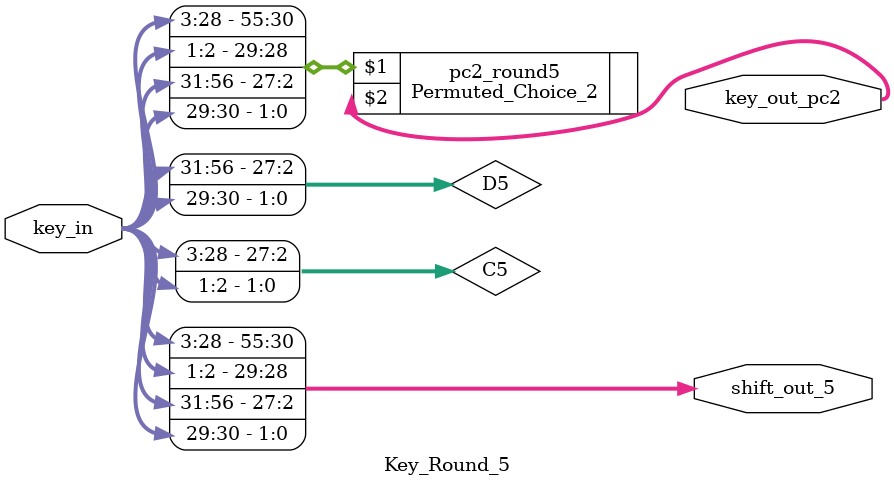
<source format=v>
`timescale 1ns / 1ps
module Key_Round_5(
    input [1:56] key_in,
    output [1:56] shift_out_5,
    output [1:48] key_out_pc2
    );

wire [1:28] C5,D5;
assign C5={key_in[3:28],key_in[1:2]};
assign D5={key_in[31:56],key_in[29:30]};
assign shift_out_5={C5,D5};

Permuted_Choice_2 pc2_round5(shift_out_5, key_out_pc2);
endmodule

</source>
